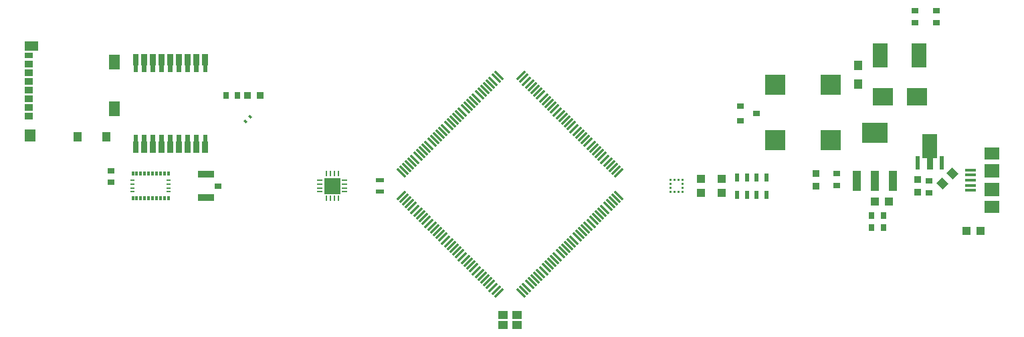
<source format=gbr>
%TF.GenerationSoftware,Altium Limited,Altium Designer,22.1.2 (22)*%
G04 Layer_Color=8421504*
%FSLAX45Y45*%
%MOMM*%
%TF.SameCoordinates,3CA235EB-07BA-4011-868A-CA015CDCDCF0*%
%TF.FilePolarity,Positive*%
%TF.FileFunction,Paste,Top*%
%TF.Part,Single*%
G01*
G75*
%TA.AperFunction,SMDPad,SMDef*%
%ADD21R,0.35000X0.47500*%
%ADD22R,0.47500X0.25000*%
%TA.AperFunction,SMDPad,CuDef*%
%ADD23R,2.50000X2.30000*%
%ADD24R,0.58000X1.73000*%
%ADD25C,1.73970*%
%ADD31R,0.90000X0.80000*%
%ADD32R,2.50000X2.50000*%
%ADD35R,1.20000X1.00000*%
%ADD38R,1.95580X3.14960*%
%ADD50R,1.10000X0.60000*%
%TA.AperFunction,NonConductor*%
%ADD102R,0.85000X0.80000*%
%ADD103R,2.00000X0.90000*%
%TA.AperFunction,SMDPad,CuDef*%
%ADD104R,1.12000X1.02000*%
G04:AMPARAMS|DCode=105|XSize=0.32mm|YSize=1.52mm|CornerRadius=0mm|HoleSize=0mm|Usage=FLASHONLY|Rotation=45.000|XOffset=0mm|YOffset=0mm|HoleType=Round|Shape=Rectangle|*
%AMROTATEDRECTD105*
4,1,4,0.42426,-0.65054,-0.65054,0.42426,-0.42426,0.65054,0.65054,-0.42426,0.42426,-0.65054,0.0*
%
%ADD105ROTATEDRECTD105*%

%ADD106R,1.37000X1.92000*%
%ADD107R,1.02000X1.22000*%
%ADD108R,1.37000X1.57000*%
%ADD109R,1.12000X0.87000*%
%ADD110R,1.12000X0.77000*%
%ADD111R,1.82000X1.19000*%
%ADD112R,0.92000X0.72000*%
%ADD113R,1.02000X1.12000*%
%TA.AperFunction,ConnectorPad*%
%ADD114R,1.92000X1.82000*%
%ADD115R,1.37000X0.42000*%
%TA.AperFunction,SMDPad,CuDef*%
%ADD116R,0.82000X0.82000*%
G04:AMPARAMS|DCode=117|XSize=0.345mm|YSize=0.42mm|CornerRadius=0mm|HoleSize=0mm|Usage=FLASHONLY|Rotation=45.000|XOffset=0mm|YOffset=0mm|HoleType=Round|Shape=Rectangle|*
%AMROTATEDRECTD117*
4,1,4,0.02652,-0.27047,-0.27047,0.02652,-0.02652,0.27047,0.27047,-0.02652,0.02652,-0.27047,0.0*
%
%ADD117ROTATEDRECTD117*%

G04:AMPARAMS|DCode=118|XSize=0.32mm|YSize=1.52mm|CornerRadius=0mm|HoleSize=0mm|Usage=FLASHONLY|Rotation=315.000|XOffset=0mm|YOffset=0mm|HoleType=Round|Shape=Rectangle|*
%AMROTATEDRECTD118*
4,1,4,-0.65054,-0.42426,0.42426,0.65054,0.65054,0.42426,-0.42426,-0.65054,-0.65054,-0.42426,0.0*
%
%ADD118ROTATEDRECTD118*%

%ADD119R,2.02000X2.02000*%
G04:AMPARAMS|DCode=120|XSize=1.02mm|YSize=1.12mm|CornerRadius=0mm|HoleSize=0mm|Usage=FLASHONLY|Rotation=45.000|XOffset=0mm|YOffset=0mm|HoleType=Round|Shape=Rectangle|*
%AMROTATEDRECTD120*
4,1,4,0.03535,-0.75661,-0.75661,0.03535,-0.03535,0.75661,0.75661,-0.03535,0.03535,-0.75661,0.0*
%
%ADD120ROTATEDRECTD120*%

%ADD121R,0.62000X1.12000*%
%ADD122R,1.02000X1.17000*%
%ADD123R,0.67000X0.27000*%
%ADD124R,0.27000X0.67000*%
%ADD125R,0.72000X0.92000*%
%ADD126R,1.02000X2.52000*%
%ADD127R,3.32000X2.52000*%
%ADD128R,0.82000X0.82000*%
%TA.AperFunction,Conductor*%
%ADD129R,1.92000X1.59500*%
G36*
X2100000Y4031925D02*
X2090000Y4031925D01*
Y3941925D01*
X2029999D01*
X2030000Y4031925D01*
X2020000D01*
X2020000Y4171925D01*
X2100000D01*
Y4031925D01*
D02*
G37*
G36*
X1880000D02*
X1870000Y4031925D01*
Y3941925D01*
X1810000D01*
Y4031925D01*
X1799999Y4031925D01*
X1800000Y4171925D01*
X1880000D01*
X1880000Y4031925D01*
D02*
G37*
G36*
X1660000D02*
X1650000Y4031925D01*
Y3941925D01*
X1589999D01*
X1590000Y4031925D01*
X1579999D01*
X1580000Y4171925D01*
X1660000D01*
Y4031925D01*
D02*
G37*
G36*
X1545000D02*
X1535000Y4031925D01*
Y3941925D01*
X1484999D01*
X1484999Y4031925D01*
X1475000Y4031925D01*
Y4171925D01*
X1545000D01*
X1545000Y4031925D01*
D02*
G37*
G36*
X2424999Y4031925D02*
X2415000D01*
Y3941925D01*
X2365000D01*
Y4031925D01*
X2355000D01*
X2355000Y4171925D01*
X2425000D01*
X2424999Y4031925D01*
D02*
G37*
G36*
X2319999D02*
X2310000Y4031925D01*
X2310000Y3941925D01*
X2250000D01*
Y4031925D01*
X2239999Y4031925D01*
X2240000Y4171925D01*
X2320000D01*
X2319999Y4031925D01*
D02*
G37*
G36*
X2210000D02*
X2200000D01*
X2199999Y3941925D01*
X2140000D01*
Y4031925D01*
X2130000D01*
X2129999Y4171925D01*
X2210000D01*
Y4031925D01*
D02*
G37*
G36*
X1990000D02*
X1979999Y4031925D01*
Y3941926D01*
X1919999Y3941925D01*
Y4031925D01*
X1910000D01*
X1910000Y4171925D01*
X1990000D01*
Y4031925D01*
D02*
G37*
G36*
X1770000D02*
X1760000D01*
Y3941925D01*
X1700000D01*
X1700000Y4031925D01*
X1690000Y4031925D01*
X1689999Y4171925D01*
X1770000D01*
X1770000Y4031925D01*
D02*
G37*
G36*
X2415000Y3061925D02*
X2424999D01*
X2425000Y2921925D01*
X2355000D01*
X2355000Y3061925D01*
X2365000D01*
Y3151925D01*
X2415000D01*
X2415000Y3061925D01*
D02*
G37*
G36*
X2310000D02*
X2319999D01*
X2320000Y2921925D01*
X2240000D01*
X2239999Y3061925D01*
X2250000D01*
X2250000Y3151925D01*
X2310000D01*
X2310000Y3061925D01*
D02*
G37*
G36*
X2090000Y3151925D02*
Y3061925D01*
X2100000D01*
Y2921925D01*
X2020000D01*
X2020000Y3061925D01*
X2030000D01*
Y3151926D01*
X2090000Y3151925D01*
D02*
G37*
G36*
X1870000Y3061925D02*
X1880000D01*
Y2921925D01*
X1800000D01*
X1799999Y3061925D01*
X1810000D01*
X1810000Y3151925D01*
X1870000D01*
Y3061925D01*
D02*
G37*
G36*
X1760000D02*
X1770000D01*
X1770000Y2921925D01*
X1690000D01*
Y3061925D01*
X1700000D01*
X1700000Y3151925D01*
X1760000D01*
X1760000Y3061925D01*
D02*
G37*
G36*
X1650000Y3151925D02*
Y3061925D01*
X1660000D01*
Y2921925D01*
X1580000D01*
X1579999Y3061925D01*
X1590000D01*
X1589999Y3151926D01*
X1650000Y3151925D01*
D02*
G37*
G36*
X1535000Y3061925D02*
X1545000D01*
Y2921925D01*
X1475000D01*
X1474999Y3061925D01*
X1485000D01*
X1484999Y3151925D01*
X1535000D01*
Y3061925D01*
D02*
G37*
G36*
X2200000D02*
X2210000D01*
Y2921925D01*
X2130000Y2921925D01*
X2130000Y3061925D01*
X2140000D01*
Y3151925D01*
X2199999D01*
X2200000Y3061925D01*
D02*
G37*
G36*
X1979999D02*
X1990000D01*
X1990000Y2921925D01*
X1910000Y2921925D01*
X1910000Y3061925D01*
X1919999D01*
Y3151925D01*
X1979999Y3151926D01*
Y3061925D01*
D02*
G37*
G36*
X11660001Y2855403D02*
X11601350D01*
Y2705403D01*
X11525351D01*
Y2855403D01*
X11466700D01*
Y3158403D01*
X11660001D01*
Y2855403D01*
D02*
G37*
G36*
X8448916Y2587120D02*
X8449619Y2586416D01*
X8450000Y2585497D01*
Y2585000D01*
Y2565000D01*
Y2564503D01*
X8449619Y2563584D01*
X8448916Y2562881D01*
X8447997Y2562500D01*
X8424503D01*
X8423584Y2562881D01*
X8422881Y2563584D01*
X8422500Y2564503D01*
Y2565000D01*
Y2585000D01*
Y2585497D01*
X8422881Y2586416D01*
X8423584Y2587120D01*
X8424503Y2587500D01*
X8425000D01*
Y2587500D01*
X8447500Y2587500D01*
X8447997D01*
X8448916Y2587120D01*
D02*
G37*
G36*
X8296416D02*
X8297119Y2586416D01*
X8297500Y2585497D01*
Y2585000D01*
Y2565000D01*
Y2564503D01*
X8297119Y2563584D01*
X8296416Y2562881D01*
X8295497Y2562500D01*
X8272003D01*
X8271084Y2562881D01*
X8270380Y2563584D01*
X8270000Y2564503D01*
Y2565000D01*
Y2585000D01*
Y2585497D01*
X8270380Y2586416D01*
X8271084Y2587120D01*
X8272003Y2587500D01*
X8272500D01*
Y2587500D01*
X8295000Y2587500D01*
X8295497D01*
X8296416Y2587120D01*
D02*
G37*
G36*
X8396416Y2589619D02*
X8397119Y2588916D01*
X8397500Y2587997D01*
Y2587500D01*
Y2565000D01*
Y2564503D01*
X8397119Y2563584D01*
X8396416Y2562881D01*
X8395497Y2562500D01*
X8374503D01*
X8373584Y2562881D01*
X8372880Y2563584D01*
X8372500Y2564503D01*
Y2565000D01*
X8372500D01*
X8372500Y2587500D01*
Y2587997D01*
X8372880Y2588916D01*
X8373584Y2589619D01*
X8374503Y2590000D01*
X8395497D01*
X8396416Y2589619D01*
D02*
G37*
G36*
X8346416D02*
X8347119Y2588916D01*
X8347500Y2587997D01*
Y2587500D01*
X8347500D01*
X8347500Y2565000D01*
Y2564503D01*
X8347119Y2563584D01*
X8346416Y2562881D01*
X8345497Y2562500D01*
X8324503D01*
X8323584Y2562881D01*
X8322880Y2563584D01*
X8322500Y2564503D01*
Y2565000D01*
Y2587500D01*
Y2587997D01*
X8322880Y2588916D01*
X8323584Y2589619D01*
X8324503Y2590000D01*
X8345497D01*
X8346416Y2589619D01*
D02*
G37*
G36*
X8448916Y2537119D02*
X8449619Y2536416D01*
X8450000Y2535497D01*
Y2535000D01*
Y2515000D01*
Y2514503D01*
X8449619Y2513584D01*
X8448916Y2512880D01*
X8447997Y2512500D01*
X8447500D01*
Y2512500D01*
X8425000Y2512500D01*
X8424503D01*
X8423584Y2512880D01*
X8422881Y2513584D01*
X8422500Y2514503D01*
Y2515000D01*
Y2535000D01*
Y2535497D01*
X8422881Y2536416D01*
X8423584Y2537119D01*
X8424503Y2537500D01*
X8447997D01*
X8448916Y2537119D01*
D02*
G37*
G36*
X8296416D02*
X8297119Y2536416D01*
X8297500Y2535497D01*
Y2535000D01*
Y2515000D01*
Y2514503D01*
X8297119Y2513584D01*
X8296416Y2512880D01*
X8295497Y2512500D01*
X8295000D01*
Y2512500D01*
X8272500Y2512500D01*
X8272003D01*
X8271084Y2512880D01*
X8270380Y2513584D01*
X8270000Y2514503D01*
Y2515000D01*
Y2535000D01*
Y2535497D01*
X8270380Y2536416D01*
X8271084Y2537119D01*
X8272003Y2537500D01*
X8295497D01*
X8296416Y2537119D01*
D02*
G37*
G36*
X8448916Y2487119D02*
X8449619Y2486416D01*
X8450000Y2485497D01*
Y2485000D01*
Y2465000D01*
Y2464503D01*
X8449619Y2463584D01*
X8448916Y2462881D01*
X8447997Y2462500D01*
X8424503D01*
X8423584Y2462881D01*
X8422881Y2463584D01*
X8422500Y2464503D01*
Y2465000D01*
Y2485000D01*
Y2485497D01*
X8422881Y2486416D01*
X8423584Y2487119D01*
X8424503Y2487500D01*
X8425000D01*
Y2487500D01*
X8447500Y2487500D01*
X8447997D01*
X8448916Y2487119D01*
D02*
G37*
G36*
X8296416D02*
X8297119Y2486416D01*
X8297500Y2485497D01*
Y2485000D01*
Y2465000D01*
Y2464503D01*
X8297119Y2463584D01*
X8296416Y2462881D01*
X8295497Y2462500D01*
X8272003D01*
X8271084Y2462881D01*
X8270380Y2463584D01*
X8270000Y2464503D01*
Y2465000D01*
Y2485000D01*
Y2485497D01*
X8270380Y2486416D01*
X8271084Y2487119D01*
X8272003Y2487500D01*
X8272500D01*
Y2487500D01*
X8295000Y2487500D01*
X8295497D01*
X8296416Y2487119D01*
D02*
G37*
G36*
X8448916Y2437119D02*
X8449619Y2436416D01*
X8450000Y2435497D01*
Y2435000D01*
Y2415000D01*
Y2414503D01*
X8449619Y2413584D01*
X8448916Y2412880D01*
X8447997Y2412500D01*
X8447500D01*
Y2412500D01*
X8425000Y2412500D01*
X8424503D01*
X8423584Y2412880D01*
X8422881Y2413584D01*
X8422500Y2414503D01*
Y2415000D01*
Y2435000D01*
Y2435497D01*
X8422881Y2436416D01*
X8423584Y2437119D01*
X8424503Y2437500D01*
X8447997D01*
X8448916Y2437119D01*
D02*
G37*
G36*
X8296416D02*
X8297119Y2436416D01*
X8297500Y2435497D01*
Y2435000D01*
Y2415000D01*
Y2414503D01*
X8297119Y2413584D01*
X8296416Y2412880D01*
X8295497Y2412500D01*
X8295000D01*
Y2412500D01*
X8272500Y2412500D01*
X8272003D01*
X8271084Y2412880D01*
X8270380Y2413584D01*
X8270000Y2414503D01*
Y2415000D01*
Y2435000D01*
Y2435497D01*
X8270380Y2436416D01*
X8271084Y2437119D01*
X8272003Y2437500D01*
X8295497D01*
X8296416Y2437119D01*
D02*
G37*
G36*
X8396416D02*
X8397119Y2436416D01*
X8397500Y2435497D01*
Y2435000D01*
Y2412500D01*
Y2412003D01*
X8397119Y2411084D01*
X8396416Y2410380D01*
X8395497Y2410000D01*
X8374503D01*
X8373584Y2410380D01*
X8372880Y2411084D01*
X8372500Y2412003D01*
Y2412500D01*
X8372500D01*
X8372500Y2435000D01*
Y2435497D01*
X8372880Y2436416D01*
X8373584Y2437119D01*
X8374503Y2437500D01*
X8395497D01*
X8396416Y2437119D01*
D02*
G37*
G36*
X8346416D02*
X8347119Y2436416D01*
X8347500Y2435497D01*
Y2435000D01*
X8347500D01*
X8347500Y2412500D01*
Y2412003D01*
X8347119Y2411084D01*
X8346416Y2410380D01*
X8345497Y2410000D01*
X8324503D01*
X8323584Y2410380D01*
X8322880Y2411084D01*
X8322500Y2412003D01*
Y2412500D01*
Y2435000D01*
Y2435497D01*
X8322880Y2436416D01*
X8323584Y2437119D01*
X8324503Y2437500D01*
X8345497D01*
X8346416Y2437119D01*
D02*
G37*
D21*
X1475000Y2343750D02*
D03*
X1525000D02*
D03*
X1575000D02*
D03*
X1625000D02*
D03*
X1675000D02*
D03*
X1725000D02*
D03*
X1775000D02*
D03*
X1825000D02*
D03*
X1875000D02*
D03*
X1925000D02*
D03*
Y2656250D02*
D03*
X1875000D02*
D03*
X1825000D02*
D03*
X1775000D02*
D03*
X1725000D02*
D03*
X1675000D02*
D03*
X1625000D02*
D03*
X1575000D02*
D03*
X1525000D02*
D03*
X1475000D02*
D03*
D22*
X1468750Y2575000D02*
D03*
Y2525000D02*
D03*
Y2475000D02*
D03*
Y2425000D02*
D03*
X1931250D02*
D03*
Y2475000D02*
D03*
Y2525000D02*
D03*
Y2575000D02*
D03*
D23*
X11399074Y3635000D02*
D03*
X10969074D02*
D03*
D24*
X11413351Y2791903D02*
D03*
X11713350D02*
D03*
D25*
X11563351Y2970000D02*
D03*
D31*
X9370000Y3420000D02*
D03*
X9170000Y3325000D02*
D03*
Y3515000D02*
D03*
D32*
X10310000Y3080000D02*
D03*
Y3780000D02*
D03*
X9610000Y3080000D02*
D03*
Y3780000D02*
D03*
D35*
X6165000Y735000D02*
D03*
X6335000D02*
D03*
Y865000D02*
D03*
X6165000D02*
D03*
D38*
X10939890Y4160000D02*
D03*
X11430110D02*
D03*
D50*
X4600000Y2570000D02*
D03*
Y2430000D02*
D03*
D102*
X2552480Y2500026D02*
D03*
D103*
X2399970Y2349971D02*
D03*
X2400029Y2650028D02*
D03*
D104*
X8670000Y2410000D02*
D03*
Y2590000D02*
D03*
X8930000Y2410000D02*
D03*
Y2590000D02*
D03*
D105*
X6532264Y1283709D02*
D03*
X6602974Y1354420D02*
D03*
X6638330Y1389775D02*
D03*
X6673685Y1425130D02*
D03*
X6709040Y1460486D02*
D03*
X7628277Y2379723D02*
D03*
X7592922Y2344367D02*
D03*
X7557567Y2309012D02*
D03*
X7522212Y2273657D02*
D03*
X7486856Y2238302D02*
D03*
X7451501Y2202946D02*
D03*
X7416146Y2167591D02*
D03*
X7380790Y2132236D02*
D03*
X7345435Y2096880D02*
D03*
X7310080Y2061525D02*
D03*
X7274725Y2026170D02*
D03*
X7239370Y1990815D02*
D03*
X7204014Y1955459D02*
D03*
X7168659Y1920104D02*
D03*
X7133303Y1884749D02*
D03*
X7097948Y1849394D02*
D03*
X7062593Y1814038D02*
D03*
X7027238Y1778683D02*
D03*
X6991882Y1743328D02*
D03*
X6956527Y1707973D02*
D03*
X6921172Y1672617D02*
D03*
X6885817Y1637262D02*
D03*
X6850461Y1601907D02*
D03*
X6815106Y1566552D02*
D03*
X6779751Y1531196D02*
D03*
X6744395Y1495841D02*
D03*
X6567619Y1319065D02*
D03*
X6496909Y1248354D02*
D03*
X6461553Y1212999D02*
D03*
X6426198Y1177644D02*
D03*
X6390843Y1142288D02*
D03*
X4870566Y2662566D02*
D03*
X4905921Y2697921D02*
D03*
X4941276Y2733276D02*
D03*
X4976631Y2768631D02*
D03*
X5011987Y2803987D02*
D03*
X5047342Y2839342D02*
D03*
X5082697Y2874697D02*
D03*
X5118053Y2910052D02*
D03*
X5153408Y2945408D02*
D03*
X5188763Y2980763D02*
D03*
X5224118Y3016118D02*
D03*
X5259474Y3051473D02*
D03*
X5294829Y3086829D02*
D03*
X5330184Y3122184D02*
D03*
X5365539Y3157539D02*
D03*
X5400894Y3192895D02*
D03*
X5436250Y3228250D02*
D03*
X5471605Y3263605D02*
D03*
X5506960Y3298960D02*
D03*
X5542316Y3334316D02*
D03*
X5577671Y3369671D02*
D03*
X5613026Y3405026D02*
D03*
X5648381Y3440381D02*
D03*
X5683737Y3475737D02*
D03*
X5719092Y3511092D02*
D03*
X5754447Y3546447D02*
D03*
X5789802Y3581803D02*
D03*
X5825158Y3617158D02*
D03*
X5860513Y3652513D02*
D03*
X5895868Y3687868D02*
D03*
X5931224Y3723224D02*
D03*
X5966579Y3758579D02*
D03*
X6001934Y3793934D02*
D03*
X6037289Y3829290D02*
D03*
X6072645Y3864645D02*
D03*
X6108000Y3900000D02*
D03*
D106*
X1241250Y4072250D02*
D03*
X1241251Y3475250D02*
D03*
D107*
X773750Y3125250D02*
D03*
X1143750Y3125250D02*
D03*
D108*
X171250Y3142750D02*
D03*
D109*
X158750Y3388750D02*
D03*
X158751Y3498750D02*
D03*
X158750Y3608750D02*
D03*
X158751Y3718750D02*
D03*
X158750Y3828750D02*
D03*
X158751Y3938750D02*
D03*
X158750Y4048750D02*
D03*
D110*
Y4153750D02*
D03*
D111*
X193750Y4274750D02*
D03*
D112*
X1200000Y2695000D02*
D03*
Y2545000D02*
D03*
X10390000Y2655000D02*
D03*
Y2505000D02*
D03*
X11650000Y4725000D02*
D03*
Y4575000D02*
D03*
X11380000Y4575000D02*
D03*
Y4725000D02*
D03*
X11557000Y2414200D02*
D03*
Y2564200D02*
D03*
D113*
X10870000Y2300000D02*
D03*
X11050000D02*
D03*
X12025800Y1932075D02*
D03*
X12205800D02*
D03*
D114*
X12350000Y2687500D02*
D03*
Y2457500D02*
D03*
D115*
X12082500Y2442500D02*
D03*
X12082500Y2507500D02*
D03*
X12082500Y2702501D02*
D03*
Y2572500D02*
D03*
Y2637500D02*
D03*
D116*
X10119215Y2500000D02*
D03*
Y2660000D02*
D03*
X11413351Y2580000D02*
D03*
Y2420000D02*
D03*
D117*
X2960000Y3380000D02*
D03*
X2898128Y3318128D02*
D03*
D118*
X6390843Y3900000D02*
D03*
X6426198Y3864645D02*
D03*
X6461553Y3829290D02*
D03*
X6496909Y3793934D02*
D03*
X6532264Y3758579D02*
D03*
X6567619Y3723224D02*
D03*
X6602974Y3687868D02*
D03*
X6638330Y3652513D02*
D03*
X6673685Y3617158D02*
D03*
X6709040Y3581803D02*
D03*
X6744395Y3546447D02*
D03*
X6779751Y3511092D02*
D03*
X6815106Y3475737D02*
D03*
X6850461Y3440381D02*
D03*
X6885817Y3405026D02*
D03*
X6921172Y3369671D02*
D03*
X6956527Y3334316D02*
D03*
X6991882Y3298961D02*
D03*
X7027238Y3263605D02*
D03*
X7062593Y3228250D02*
D03*
X7097948Y3192895D02*
D03*
X7133304Y3157540D02*
D03*
X7168659Y3122184D02*
D03*
X7204014Y3086829D02*
D03*
X7239370Y3051473D02*
D03*
X7274725Y3016118D02*
D03*
X7310080Y2980763D02*
D03*
X7345435Y2945408D02*
D03*
X7380790Y2910052D02*
D03*
X7416146Y2874697D02*
D03*
X7451501Y2839342D02*
D03*
X7486856Y2803987D02*
D03*
X7522212Y2768631D02*
D03*
X7557567Y2733276D02*
D03*
X7592922Y2697921D02*
D03*
X7628277Y2662566D02*
D03*
X6108000Y1142289D02*
D03*
X6072645Y1177644D02*
D03*
X6037289Y1212999D02*
D03*
X6001934Y1248354D02*
D03*
X5966579Y1283709D02*
D03*
X5931224Y1319065D02*
D03*
X5895868Y1354420D02*
D03*
X5860513Y1389775D02*
D03*
X5825158Y1425130D02*
D03*
X5789802Y1460486D02*
D03*
X5754447Y1495841D02*
D03*
X5719092Y1531196D02*
D03*
X5683737Y1566552D02*
D03*
X5648381Y1601907D02*
D03*
X5613026Y1637262D02*
D03*
X5577671Y1672617D02*
D03*
X5542316Y1707973D02*
D03*
X5506961Y1743328D02*
D03*
X5471605Y1778683D02*
D03*
X5436250Y1814038D02*
D03*
X5400894Y1849394D02*
D03*
X5365539Y1884749D02*
D03*
X5330184Y1920104D02*
D03*
X5294829Y1955459D02*
D03*
X5259474Y1990815D02*
D03*
X5224118Y2026170D02*
D03*
X5188763Y2061525D02*
D03*
X5153408Y2096880D02*
D03*
X5118053Y2132236D02*
D03*
X5082697Y2167591D02*
D03*
X5047342Y2202946D02*
D03*
X5011987Y2238302D02*
D03*
X4976631Y2273657D02*
D03*
X4941276Y2309012D02*
D03*
X4905921Y2344367D02*
D03*
X4870566Y2379723D02*
D03*
D119*
X4000000Y2500000D02*
D03*
D120*
X11726361Y2526360D02*
D03*
X11853640Y2653640D02*
D03*
D121*
X9122500Y2610000D02*
D03*
X9247500D02*
D03*
X9372500D02*
D03*
X9497500D02*
D03*
Y2390000D02*
D03*
X9372500D02*
D03*
X9247500D02*
D03*
X9122500D02*
D03*
D122*
X10660000Y4027499D02*
D03*
Y3792500D02*
D03*
D123*
X3845000Y2575000D02*
D03*
Y2525000D02*
D03*
Y2475000D02*
D03*
Y2425000D02*
D03*
X4155000D02*
D03*
Y2475000D02*
D03*
Y2525000D02*
D03*
Y2575000D02*
D03*
D124*
X3925000Y2345000D02*
D03*
X3975000D02*
D03*
X4025000D02*
D03*
X4075000D02*
D03*
Y2655000D02*
D03*
X4025000D02*
D03*
X3975000D02*
D03*
X3925000D02*
D03*
D125*
X10825000Y1970000D02*
D03*
X10975000D02*
D03*
X10825000Y2120000D02*
D03*
X10975000D02*
D03*
X2802075Y3650000D02*
D03*
X2652075D02*
D03*
D126*
X10637925Y2565000D02*
D03*
X10867925Y2565000D02*
D03*
X11097925Y2565000D02*
D03*
D127*
X10867925Y3175000D02*
D03*
D128*
X3090000Y3650000D02*
D03*
X2930000D02*
D03*
D129*
X12350004Y2233754D02*
D03*
X12349999Y2911247D02*
D03*
%TF.MD5,9c13f4d89f3ab0a41dcedca45db772f4*%
M02*

</source>
